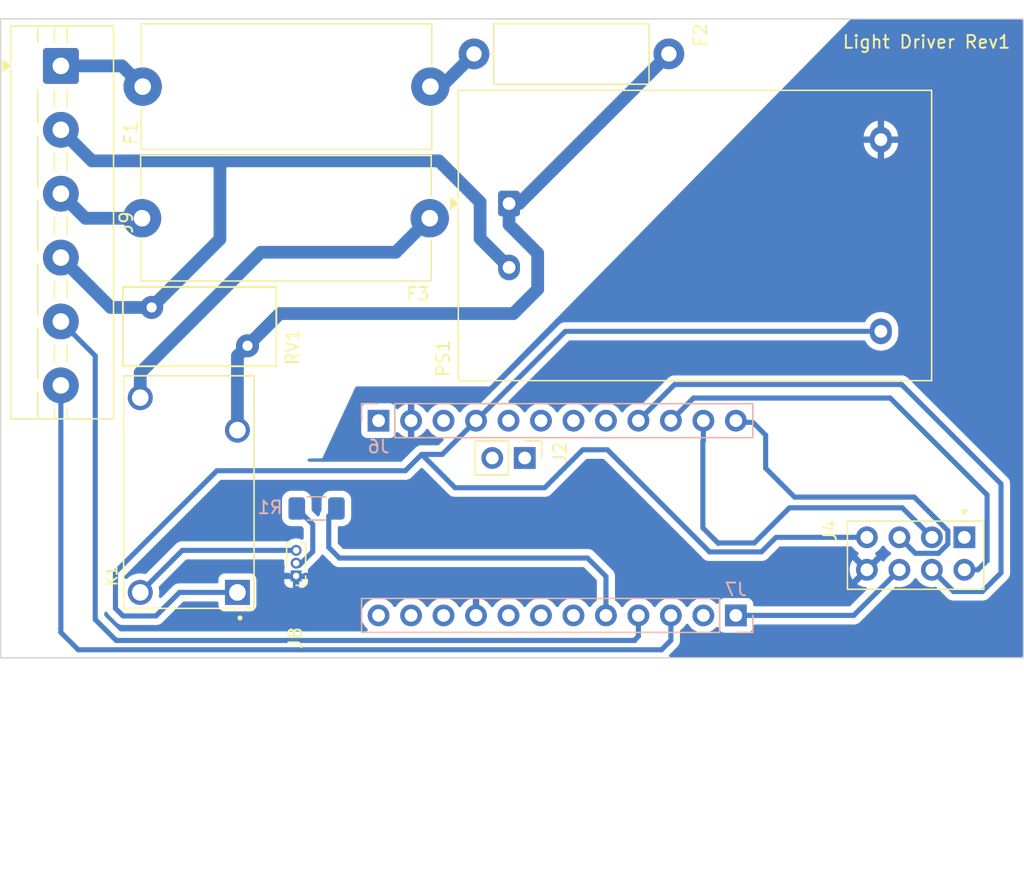
<source format=kicad_pcb>
(kicad_pcb (version 20241229) (generator "pcbnew") (generator_version "9.0")
  (title_block (date "sam. 04 avril 2015"))
  (layers (0 "F.Cu" signal) (2 "B.Cu" signal) (13 "F.Paste" user) (15 "B.Paste" user) (5 "F.SilkS" user "F.Silkscreen") (7 "B.SilkS" user "B.Silkscreen") (1 "F.Mask" user) (3 "B.Mask" user) (25 "Edge.Cuts" user))
  (net 0 "")
  (net 1 "GND")
  (net 2 "/~{RESET}")
  (net 3 "VCC")
  (net 4 "L")
  (net 5 "/D8")
  (net 6 "/D4")
  (net 7 "/A3")
  (net 8 "/A2")
  (net 9 "/A1")
  (net 10 "/A0")
  (net 11 "/D2")
  (net 12 "/*D3")
  (net 13 "/TX")
  (net 14 "/RX")
  (net 15 "/SCL{slash}A5")
  (net 16 "/SDA{slash}A4")
  (net 17 "MOSI")
  (net 18 "CSN")
  (net 19 "MISO")
  (net 20 "CE")
  (net 21 "VDC")
  (net 22 "SCK")
  (net 23 "Net-(F1-Pad2)")
  (net 24 "RLY")
  (net 25 "Net-(F3-Pad1)")
  (net 26 "SW_1")
  (net 28 "Net-(J8-Pin_3)")
  (net 29 "Net-(J8-Pin_2)")
  (net 30 "BJT")
  (net 31 "SW_2")
  (net 32 "LB_L")
  (net 33 "LB_N")
  (footprint "Connector_PinHeader_2.54mm:PinHeader_1x02_P2.54mm_Vertical" (layer "F.Cu") (at 109.39 95.461 -90)
    (property "Reference" "J2" (at -0.411 -2.76 90) (layer "F.SilkS"))
    (property "Value" "I2C")
    (fp_line (start -1.33 3.87) (end 1.33 3.87) (stroke (width 0.12)) (layer "F.SilkS"))
    (fp_line (start -1.33 1.27) (end -1.33 3.87) (stroke (width 0.12)) (layer "F.SilkS"))
    (fp_line (start -1.33 1.27) (end 1.33 1.27) (stroke (width 0.12)) (layer "F.SilkS"))
    (fp_line (start 1.33 1.27) (end 1.33 3.87) (stroke (width 0.12)) (layer "F.SilkS"))
    (fp_line (start -1.33 0) (end -1.33 -1.33) (stroke (width 0.12)) (layer "F.SilkS"))
    (fp_line (start -1.33 -1.33) (end 0 -1.33) (stroke (width 0.12)) (layer "F.SilkS"))
    (pad "1" thru_hole rect (at 0 0 270) (size 1.7 1.7) (drill 1) (layers "*.Cu" "*.Paste" "*.Mask") (net 16 "/SDA{slash}A4"))
    (pad "2" thru_hole oval (at 0 2.54 270) (size 1.7 1.7) (drill 1) (layers "*.Cu" "*.Paste" "*.Mask") (net 15 "/SCL{slash}A5"))
  )
  (footprint "Varistor:RV_Disc_D12mm_W6.2mm_P7.5mm" (layer "F.Cu") (at 87.71 86.68 180)
    (property "Reference" "RV1" (at -3.53 -0.11 270) (layer "F.SilkS"))
    (property "Value" "Varistor")
    (fp_line (start 9.75 -1.6) (end 9.75 4.6) (stroke (width 0.15)) (layer "F.SilkS"))
    (fp_line (start -2.25 4.6) (end 9.75 4.6) (stroke (width 0.15)) (layer "F.SilkS"))
    (fp_line (start -2.25 -1.6) (end 9.75 -1.6) (stroke (width 0.15)) (layer "F.SilkS"))
    (fp_line (start -2.25 -1.6) (end -2.25 4.6) (stroke (width 0.15)) (layer "F.SilkS"))
    (pad "1" thru_hole circle (at 0 0 180) (size 1.8 1.8) (drill 0.8) (layers "*.Cu" "*.Mask" "B.Paste") (net 24 "RLY"))
    (pad "2" thru_hole circle (at 7.5 3 180) (size 1.8 1.8) (drill 0.8) (layers "*.Cu" "*.Mask" "B.Paste") (net 33 "LB_N"))
  )
  (footprint "Fuse:Fuseholder_Cylinder-5x20mm_Schurter_0031_8201_Horizontal_Open" (layer "F.Cu") (at 101.96 76.7 180)
    (property "Reference" "F3" (at 0.93 -5.92 180) (layer "F.SilkS"))
    (property "Value" "Fuse")
    (fp_line (start 22.61 4.91) (end 22.61 1.75) (stroke (width 0.12)) (layer "F.SilkS"))
    (fp_line (start 22.61 -1.75) (end 22.61 -4.91) (stroke (width 0.12)) (layer "F.SilkS"))
    (fp_line (start -0.11 4.91) (end 22.61 4.91) (stroke (width 0.12)) (layer "F.SilkS"))
    (fp_line (start -0.11 4.91) (end -0.11 1.75) (stroke (width 0.12)) (layer "F.SilkS"))
    (fp_line (start -0.11 -1.75) (end -0.11 -4.91) (stroke (width 0.12)) (layer "F.SilkS"))
    (fp_line (start -0.11 -4.91) (end 22.61 -4.91) (stroke (width 0.12)) (layer "F.SilkS"))
    (pad "" np_thru_hole circle (at 11.25 0 180) (size 2.7 2.7) (drill 2.7) (layers "*.Cu" "*.Mask"))
    (pad "1" thru_hole circle (at 0 0 180) (size 3 3) (drill 1.3) (layers "*.Cu" "*.Mask" "B.Paste") (net 25 "Net-(F3-Pad1)"))
    (pad "2" thru_hole circle (at 22.5 0 180) (size 3 3) (drill 1.3) (layers "*.Cu" "*.Mask" "B.Paste") (net 32 "LB_L"))
  )
  (footprint "Converter_ACDC:Converter_ACDC_Hi-Link_HLK-PMxx" (layer "F.Cu") (at 108.1625 75.55)
    (property "Reference" "PS1" (at -5.1525 12.12 90) (layer "F.SilkS"))
    (property "Value" "HLK-PM01")
    (fp_line (start -3.97 -8.86) (end 33.05 -8.86) (stroke (width 0.12)) (layer "F.SilkS"))
    (fp_line (start -3.97 -0.296) (end -3.97 -8.86) (stroke (width 0.12)) (layer "F.SilkS"))
    (fp_line (start -3.97 13.86) (end -3.97 0.296) (stroke (width 0.12)) (layer "F.SilkS"))
    (fp_line (start 33.05 -8.86) (end 33.05 13.86) (stroke (width 0.12)) (layer "F.SilkS"))
    (fp_line (start 33.05 13.86) (end -3.97 13.86) (stroke (width 0.12)) (layer "F.SilkS"))
    (fp_poly (pts (xy -3.97 0) (xy -4.58 0.44) (xy -4.58 -0.44)) (stroke (width 0.12)) (fill yes) (layer "F.SilkS"))
    (pad "1" thru_hole roundrect (at 0 0) (size 1.7 2) (drill 1) (layers "*.Cu" "*.Mask" "B.Paste") (roundrect_rratio 0.147059) (net 24 "RLY"))
    (pad "2" thru_hole oval (at 0 5) (size 1.7 2) (drill 1) (layers "*.Cu" "*.Mask" "B.Paste") (net 33 "LB_N"))
    (pad "3" thru_hole oval (at 29.08 -5) (size 1.7 2) (drill 1) (layers "*.Cu" "*.Mask" "B.Paste") (net 1 "GND"))
    (pad "4" thru_hole oval (at 29.08 10) (size 1.7 2) (drill 1) (layers "*.Cu" "*.Mask" "B.Paste") (net 3 "VCC"))
  )
  (footprint "Fuse:Fuseholder_Cylinder-5x20mm_Schurter_0031_8201_Horizontal_Open" (layer "F.Cu") (at 79.51 66.4)
    (property "Reference" "F1" (at -0.92 3.64 90) (layer "F.SilkS"))
    (property "Value" "Fuse")
    (fp_line (start -0.11 -4.91) (end 22.61 -4.91) (stroke (width 0.12)) (layer "F.SilkS"))
    (fp_line (start -0.11 -1.75) (end -0.11 -4.91) (stroke (width 0.12)) (layer "F.SilkS"))
    (fp_line (start -0.11 4.91) (end -0.11 1.75) (stroke (width 0.12)) (layer "F.SilkS"))
    (fp_line (start -0.11 4.91) (end 22.61 4.91) (stroke (width 0.12)) (layer "F.SilkS"))
    (fp_line (start 22.61 -1.75) (end 22.61 -4.91) (stroke (width 0.12)) (layer "F.SilkS"))
    (fp_line (start 22.61 4.91) (end 22.61 1.75) (stroke (width 0.12)) (layer "F.SilkS"))
    (pad "" np_thru_hole circle (at 11.25 0) (size 2.7 2.7) (drill 2.7) (layers "*.Cu" "*.Mask"))
    (pad "1" thru_hole circle (at 0 0) (size 3 3) (drill 1.3) (layers "*.Cu" "*.Mask" "B.Paste") (net 4 "L"))
    (pad "2" thru_hole circle (at 22.5 0) (size 3 3) (drill 1.3) (layers "*.Cu" "*.Mask" "B.Paste") (net 23 "Net-(F1-Pad2)"))
  )
  (footprint "OJE-SS-112LMH_000:TE_5-1419128-0" (layer "F.Cu") (at 83.12 98.13 90)
    (property "Reference" "K1" (at -6.56436 -6.01201 90) (layer "F.SilkS") (effects (font (size 0.800535 0.800535))))
    (property "Value" "SSR")
    (fp_line (start 9.1 -5.1) (end 9.1 5.1) (stroke (width 0.127)) (layer "F.SilkS"))
    (fp_line (start -9.1 -5.1) (end 9.1 -5.1) (stroke (width 0.127)) (layer "F.SilkS"))
    (fp_line (start 9.1 5.1) (end -9.1 5.1) (stroke (width 0.127)) (layer "F.SilkS"))
    (fp_line (start -9.1 5.1) (end -9.1 -5.1) (stroke (width 0.127)) (layer "F.SilkS"))
    (fp_circle (center -9.85 4) (end -9.75 4) (stroke (width 0.2)) (fill no) (layer "F.SilkS"))
    (pad "1" thru_hole rect (at -7.85 3.8 90) (size 1.95 1.95) (drill 1.3) (layers "*.Cu" "*.Mask" "B.Paste") (net 3 "VCC"))
    (pad "2" thru_hole circle (at -7.85 -3.8 90) (size 1.95 1.95) (drill 1.3) (layers "*.Cu" "*.Mask" "B.Paste") (net 28 "Net-(J8-Pin_3)"))
    (pad "3" thru_hole circle (at 7.39 -3.8 90) (size 1.95 1.95) (drill 1.3) (layers "*.Cu" "*.Mask" "B.Paste") (net 25 "Net-(F3-Pad1)"))
    (pad "4" thru_hole circle (at 4.85 3.8 90) (size 1.95 1.95) (drill 1.3) (layers "*.Cu" "*.Mask" "B.Paste") (net 24 "RLY"))
  )
  (footprint "TerminalBlock:TerminalBlock_MaiXu_MX126-5.0-06P_1x06_P5.00mm" (layer "F.Cu") (at 73.11 64.78 -90)
    (property "Reference" "J9" (at 12.25 -5.12 90) (layer "F.SilkS"))
    (property "Value" "TB")
    (fp_line (start -3.12 3.92) (end -3.12 -4.12) (stroke (width 0.12)) (layer "F.SilkS"))
    (fp_line (start -0.3 3.92) (end -3.12 3.92) (stroke (width 0.12)) (layer "F.SilkS"))
    (fp_line (start 27.62 3.92) (end 0.3 3.92) (stroke (width 0.12)) (layer "F.SilkS"))
    (fp_line (start -3.12 1.8) (end -1.88 1.8) (stroke (width 0.12)) (layer "F.SilkS"))
    (fp_line (start 1.88 1.8) (end 4.457 1.8) (stroke (width 0.12)) (layer "F.SilkS"))
    (fp_line (start 5.543 1.8) (end 9.457 1.8) (stroke (width 0.12)) (layer "F.SilkS"))
    (fp_line (start 10.543 1.8) (end 14.457 1.8) (stroke (width 0.12)) (layer "F.SilkS"))
    (fp_line (start 15.543 1.8) (end 19.457 1.8) (stroke (width 0.12)) (layer "F.SilkS"))
    (fp_line (start 20.543 1.8) (end 24.457 1.8) (stroke (width 0.12)) (layer "F.SilkS"))
    (fp_line (start 25.543 1.8) (end 27.62 1.8) (stroke (width 0.12)) (layer "F.SilkS"))
    (fp_line (start -3.12 0.5) (end -1.88 0.5) (stroke (width 0.12)) (layer "F.SilkS"))
    (fp_line (start 1.88 0.5) (end 3.188 0.5) (stroke (width 0.12)) (layer "F.SilkS"))
    (fp_line (start 6.812 0.5) (end 8.188 0.5) (stroke (width 0.12)) (layer "F.SilkS"))
    (fp_line (start 11.812 0.5) (end 13.188 0.5) (stroke (width 0.12)) (layer "F.SilkS"))
    (fp_line (start 16.812 0.5) (end 18.188 0.5) (stroke (width 0.12)) (layer "F.SilkS"))
    (fp_line (start 21.812 0.5) (end 23.188 0.5) (stroke (width 0.12)) (layer "F.SilkS"))
    (fp_line (start 26.812 0.5) (end 27.62 0.5) (stroke (width 0.12)) (layer "F.SilkS"))
    (fp_line (start -3.12 -0.5) (end -1.88 -0.5) (stroke (width 0.12)) (layer "F.SilkS"))
    (fp_line (start 1.88 -0.5) (end 3.188 -0.5) (stroke (width 0.12)) (layer "F.SilkS"))
    (fp_line (start 6.812 -0.5) (end 8.188 -0.5) (stroke (width 0.12)) (layer "F.SilkS"))
    (fp_line (start 11.812 -0.5) (end 13.188 -0.5) (stroke (width 0.12)) (layer "F.SilkS"))
    (fp_line (start 16.812 -0.5) (end 18.188 -0.5) (stroke (width 0.12)) (layer "F.SilkS"))
    (fp_line (start 21.812 -0.5) (end 23.188 -0.5) (stroke (width 0.12)) (layer "F.SilkS"))
    (fp_line (start 26.812 -0.5) (end 27.62 -0.5) (stroke (width 0.12)) (layer "F.SilkS"))
    (fp_line (start -3.12 -4.12) (end 27.62 -4.12) (stroke (width 0.12)) (layer "F.SilkS"))
    (fp_line (start 27.62 -4.12) (end 27.62 3.92) (stroke (width 0.12)) (layer "F.SilkS"))
    (fp_poly (pts (xy 0 3.92) (xy 0.44 4.53) (xy -0.44 4.53)) (stroke (width 0.12)) (fill yes) (layer "F.SilkS"))
    (pad "1" thru_hole roundrect (at 0 0 270) (size 2.8 2.8) (drill 1.3) (layers "*.Cu" "*.Mask" "B.Paste") (roundrect_rratio 0.089286) (net 4 "L"))
    (pad "2" thru_hole circle (at 5 0 270) (size 2.8 2.8) (drill 1.3) (layers "*.Cu" "*.Mask" "B.Paste") (net 33 "LB_N"))
    (pad "3" thru_hole circle (at 10 0 270) (size 2.8 2.8) (drill 1.3) (layers "*.Cu" "*.Mask" "B.Paste") (net 32 "LB_L"))
    (pad "4" thru_hole circle (at 15 0 270) (size 2.8 2.8) (drill 1.3) (layers "*.Cu" "*.Mask" "B.Paste") (net 33 "LB_N"))
    (pad "5" thru_hole circle (at 20 0 270) (size 2.8 2.8) (drill 1.3) (layers "*.Cu" "*.Mask" "B.Paste") (net 26 "SW_1"))
    (pad "6" thru_hole circle (at 25 0 270) (size 2.8 2.8) (drill 1.3) (layers "*.Cu" "*.Mask" "B.Paste") (net 31 "SW_2"))
  )
  (footprint "Connector_PinHeader_1.00mm:PinHeader_1x03_P1.00mm_Vertical" (layer "F.Cu") (at 91.51 104.69 180)
    (property "Reference" "J8" (at 0.06 -4.86 90) (layer "F.SilkS"))
    (property "Value" "BJT")
    (fp_line (start 0.745 0.735) (end 0.745 2.61) (stroke (width 0.12)) (layer "F.SilkS"))
    (fp_line (start 0.685565 0.735) (end 0.745 0.735) (stroke (width 0.12)) (layer "F.SilkS"))
    (fp_line (start 0.41003 2.61) (end 0.745 2.61) (stroke (width 0.12)) (layer "F.SilkS"))
    (fp_line (start -0.745 2.61) (end -0.41003 2.61) (stroke (width 0.12)) (layer "F.SilkS"))
    (fp_line (start -0.745 0.735) (end -0.685565 0.735) (stroke (width 0.12)) (layer "F.SilkS"))
    (fp_line (start -0.745 0.735) (end -0.745 2.61) (stroke (width 0.12)) (layer "F.SilkS"))
    (fp_line (start -0.745 0) (end -0.745 -0.735) (stroke (width 0.12)) (layer "F.SilkS"))
    (fp_line (start -0.745 -0.735) (end 0 -0.735) (stroke (width 0.12)) (layer "F.SilkS"))
    (pad "1" thru_hole rect (at 0 0 180) (size 0.85 0.85) (drill 0.5) (layers "*.Cu" "*.Mask" "B.Paste") (net 1 "GND"))
    (pad "2" thru_hole circle (at 0 1 180) (size 0.85 0.85) (drill 0.5) (layers "*.Cu" "*.Mask" "B.Paste") (net 29 "Net-(J8-Pin_2)"))
    (pad "3" thru_hole circle (at 0 2 180) (size 0.85 0.85) (drill 0.5) (layers "*.Cu" "*.Mask" "B.Paste") (net 28 "Net-(J8-Pin_3)"))
  )
  (footprint "RF_Module:nRF24L01_Breakout" (layer "F.Cu") (at 143.77 101.67 -90)
    (property "Reference" "J4" (at -0.5 10.5 90) (layer "F.SilkS"))
    (property "Value" "NRF24")
    (fp_line (start -1.27 9.144) (end -1.27 9.144) (stroke (width 0.12)) (layer "F.SilkS"))
    (fp_line (start -1.27 9.144) (end -1.27 -1.524) (stroke (width 0.12)) (layer "F.SilkS"))
    (fp_line (start 4.064 9.144) (end -1.27 9.144) (stroke (width 0.12)) (layer "F.SilkS"))
    (fp_line (start -1.27 -1.524) (end -1.27 -1.524) (stroke (width 0.12)) (layer "F.SilkS"))
    (fp_line (start -1.27 -1.524) (end 4.064 -1.524) (stroke (width 0.12)) (layer "F.SilkS"))
    (fp_line (start 4.064 -1.524) (end 4.064 9.144) (stroke (width 0.12)) (layer "F.SilkS"))
    (fp_line (start -1.6 -2.1) (end -1.6 -2.1) (stroke (width 0.12)) (layer "F.SilkS"))
    (fp_poly (pts (xy -1.8 0) (xy -2.136 0.24) (xy -2.136 -0.24) (xy -1.8 0)) (stroke (width 0.12)) (fill yes) (layer "F.SilkS"))
    (pad "1" thru_hole rect (at 0 0 270) (size 1.7 1.7) (drill 1) (layers "*.Cu" "*.Mask" "B.Paste"))
    (pad "2" thru_hole circle (at 2.54 0 270) (size 1.7 1.7) (drill 1) (layers "*.Cu" "*.Mask" "B.Paste") (net 19 "MISO"))
    (pad "3" thru_hole circle (at 0 2.54 270) (size 1.7 1.7) (drill 1) (layers "*.Cu" "*.Mask" "B.Paste") (net 17 "MOSI"))
    (pad "4" thru_hole circle (at 2.54 2.54 270) (size 1.7 1.7) (drill 1) (layers "*.Cu" "*.Mask" "B.Paste") (net 22 "SCK"))
    (pad "5" thru_hole circle (at 0 5.08 270) (size 1.7 1.7) (drill 1) (layers "*.Cu" "*.Mask" "B.Paste") (net 18 "CSN"))
    (pad "6" thru_hole circle (at 2.54 5.08 270) (size 1.7 1.7) (drill 1) (layers "*.Cu" "*.Mask" "B.Paste") (net 20 "CE"))
    (pad "7" thru_hole circle (at 0 7.62 270) (size 1.7 1.7) (drill 1) (layers "*.Cu" "*.Mask" "B.Paste") (net 3 "VCC"))
    (pad "8" thru_hole circle (at 2.54 7.62 270) (size 1.7 1.7) (drill 1) (layers "*.Cu" "*.Mask" "B.Paste") (net 1 "GND"))
  )
  (footprint "Resistor_THT:R_Axial_DIN0414_L11.9mm_D4.5mm_P15.24mm_Horizontal" (layer "F.Cu") (at 120.66 63.84 180)
    (property "Reference" "F2" (at -2.46 1.47 90) (layer "F.SilkS"))
    (property "Value" "Fuse")
    (fp_line (start 13.8 0) (end 13.69 0) (stroke (width 0.12)) (layer "F.SilkS"))
    (fp_line (start 1.44 0) (end 1.55 0) (stroke (width 0.12)) (layer "F.SilkS"))
    (fp_rect (start 1.55 -2.37) (end 13.69 2.37) (stroke (width 0.12)) (fill no) (layer "F.SilkS"))
    (pad "1" thru_hole circle (at 0 0 180) (size 2.4 2.4) (drill 1.2) (layers "*.Cu" "*.Mask" "B.Paste") (net 24 "RLY"))
    (pad "2" thru_hole circle (at 15.24 0 180) (size 2.4 2.4) (drill 1.2) (layers "*.Cu" "*.Mask" "B.Paste") (net 23 "Net-(F1-Pad2)"))
  )
  (footprint "Connector_PinHeader_2.54mm:PinHeader_1x12_P2.54mm_Vertical" (layer "B.Cu") (at 125.9 107.78 90)
    (property "Reference" "J7" (at 2.032 0 0) (layer "B.SilkS") (effects (justify mirror)))
    (property "Value" "Digital")
    (fp_line (start -1.33 -29.27) (end 1.33 -29.27) (stroke (width 0.12)) (layer "B.SilkS"))
    (fp_line (start 1.33 -1.27) (end 1.33 -29.27) (stroke (width 0.12)) (layer "B.SilkS"))
    (fp_line (start -1.33 -1.27) (end -1.33 -29.27) (stroke (width 0.12)) (layer "B.SilkS"))
    (fp_line (start -1.33 -1.27) (end 1.33 -1.27) (stroke (width 0.12)) (layer "B.SilkS"))
    (fp_line (start -1.33 0) (end -1.33 1.33) (stroke (width 0.12)) (layer "B.SilkS"))
    (fp_line (start -1.33 1.33) (end 0 1.33) (stroke (width 0.12)) (layer "B.SilkS"))
    (pad "1" thru_hole rect (at 0 0 90) (size 1.7 1.7) (drill 1) (layers "*.Cu" "*.Paste" "*.Mask") (net 20 "CE"))
    (pad "2" thru_hole oval (at 0 -2.54 90) (size 1.7 1.7) (drill 1) (layers "*.Cu" "*.Paste" "*.Mask") (net 5 "/D8"))
    (pad "3" thru_hole oval (at 0 -5.08 90) (size 1.7 1.7) (drill 1) (layers "*.Cu" "*.Paste" "*.Mask") (net 31 "SW_2"))
    (pad "4" thru_hole oval (at 0 -7.62 90) (size 1.7 1.7) (drill 1) (layers "*.Cu" "*.Paste" "*.Mask") (net 26 "SW_1"))
    (pad "5" thru_hole oval (at 0 -10.16 90) (size 1.7 1.7) (drill 1) (layers "*.Cu" "*.Paste" "*.Mask") (net 30 "BJT"))
    (pad "6" thru_hole oval (at 0 -12.7 90) (size 1.7 1.7) (drill 1) (layers "*.Cu" "*.Paste" "*.Mask") (net 6 "/D4"))
    (pad "7" thru_hole oval (at 0 -15.24 90) (size 1.7 1.7) (drill 1) (layers "*.Cu" "*.Paste" "*.Mask") (net 12 "/*D3"))
    (pad "8" thru_hole oval (at 0 -17.78 90) (size 1.7 1.7) (drill 1) (layers "*.Cu" "*.Paste" "*.Mask") (net 11 "/D2"))
    (pad "9" thru_hole oval (at 0 -20.32 90) (size 1.7 1.7) (drill 1) (layers "*.Cu" "*.Paste" "*.Mask") (net 1 "GND"))
    (pad "10" thru_hole oval (at 0 -22.86 90) (size 1.7 1.7) (drill 1) (layers "*.Cu" "*.Paste" "*.Mask") (net 2 "/~{RESET}"))
    (pad "11" thru_hole oval (at 0 -25.4 90) (size 1.7 1.7) (drill 1) (layers "*.Cu" "*.Paste" "*.Mask") (net 14 "/RX"))
    (pad "12" thru_hole oval (at 0 -27.94 90) (size 1.7 1.7) (drill 1) (layers "*.Cu" "*.Paste" "*.Mask") (net 13 "/TX"))
  )
  (footprint "Connector_PinHeader_2.54mm:PinHeader_1x12_P2.54mm_Vertical" (layer "B.Cu") (at 97.96 92.54 -90)
    (property "Reference" "J6" (at 2.032 0 0) (layer "B.SilkS") (effects (justify mirror)))
    (property "Value" "Analog")
    (fp_line (start -1.33 1.33) (end 0 1.33) (stroke (width 0.12)) (layer "B.SilkS"))
    (fp_line (start -1.33 0) (end -1.33 1.33) (stroke (width 0.12)) (layer "B.SilkS"))
    (fp_line (start -1.33 -1.27) (end 1.33 -1.27) (stroke (width 0.12)) (layer "B.SilkS"))
    (fp_line (start -1.33 -1.27) (end -1.33 -29.27) (stroke (width 0.12)) (layer "B.SilkS"))
    (fp_line (start 1.33 -1.27) (end 1.33 -29.27) (stroke (width 0.12)) (layer "B.SilkS"))
    (fp_line (start -1.33 -29.27) (end 1.33 -29.27) (stroke (width 0.12)) (layer "B.SilkS"))
    (pad "1" thru_hole rect (at 0 0 270) (size 1.7 1.7) (drill 1) (layers "*.Cu" "*.Paste" "*.Mask") (net 21 "VDC"))
    (pad "2" thru_hole oval (at 0 -2.54 270) (size 1.7 1.7) (drill 1) (layers "*.Cu" "*.Paste" "*.Mask") (net 1 "GND"))
    (pad "3" thru_hole oval (at 0 -5.08 270) (size 1.7 1.7) (drill 1) (layers "*.Cu" "*.Paste" "*.Mask") (net 2 "/~{RESET}"))
    (pad "4" thru_hole oval (at 0 -7.62 270) (size 1.7 1.7) (drill 1) (layers "*.Cu" "*.Paste" "*.Mask") (net 3 "VCC"))
    (pad "5" thru_hole oval (at 0 -10.16 270) (size 1.7 1.7) (drill 1) (layers "*.Cu" "*.Paste" "*.Mask") (net 7 "/A3"))
    (pad "6" thru_hole oval (at 0 -12.7 270) (size 1.7 1.7) (drill 1) (layers "*.Cu" "*.Paste" "*.Mask") (net 8 "/A2"))
    (pad "7" thru_hole oval (at 0 -15.24 270) (size 1.7 1.7) (drill 1) (layers "*.Cu" "*.Paste" "*.Mask") (net 9 "/A1"))
    (pad "8" thru_hole oval (at 0 -17.78 270) (size 1.7 1.7) (drill 1) (layers "*.Cu" "*.Paste" "*.Mask") (net 10 "/A0"))
    (pad "9" thru_hole oval (at 0 -20.32 270) (size 1.7 1.7) (drill 1) (layers "*.Cu" "*.Paste" "*.Mask") (net 22 "SCK"))
    (pad "10" thru_hole oval (at 0 -22.86 270) (size 1.7 1.7) (drill 1) (layers "*.Cu" "*.Paste" "*.Mask") (net 19 "MISO"))
    (pad "11" thru_hole oval (at 0 -25.4 270) (size 1.7 1.7) (drill 1) (layers "*.Cu" "*.Paste" "*.Mask") (net 17 "MOSI"))
    (pad "12" thru_hole oval (at 0 -27.94 270) (size 1.7 1.7) (drill 1) (layers "*.Cu" "*.Paste" "*.Mask") (net 18 "CSN"))
  )
  (footprint "Resistor_SMD:R_1206_3216Metric_Pad1.30x1.75mm_HandSolder" (layer "B.Cu") (at 93.11 99.41 180)
    (property "Reference" "R1" (at 3.64 0.08 0) (layer "B.SilkS") (effects (justify mirror)))
    (property "Value" "R1K")
    (fp_line (start -0.727064 0.91) (end 0.727064 0.91) (stroke (width 0.12)) (layer "B.SilkS"))
    (fp_line (start -0.727064 -0.91) (end 0.727064 -0.91) (stroke (width 0.12)) (layer "B.SilkS"))
    (pad "1" smd roundrect (at -1.55 0 180) (size 1.3 1.75) (layers "B.Cu" "B.Mask" "B.Paste") (roundrect_rratio 0.192308) (net 30 "BJT"))
    (pad "2" smd roundrect (at 1.55 0 180) (size 1.3 1.75) (layers "B.Cu" "B.Mask" "B.Paste") (roundrect_rratio 0.192308) (net 29 "Net-(J8-Pin_2)"))
  )
  (gr_rect (start 68.4 61.1) (end 148.4 111.1) (stroke (width 0.1)) (fill no) (layer "Edge.Cuts"))
  (gr_text "Light Driver Rev1" (at 134.17 63.49 0) (layer "F.SilkS") (effects (font (size 1 1)) (justify left bottom)))
  (segment (start 127.9 102.81) (end 123.83 102.81) (width 0.4) (layer "B.Cu") (net 3))
  (segment (start 136.15 101.67) (end 129.04 101.67) (width 0.4) (layer "B.Cu") (net 3))
  (segment (start 102.94 95.18) (end 105.58 92.54) (width 0.4) (layer "B.Cu") (net 3))
  (segment (start 101.33 95.18) (end 102.94 95.18) (width 0.4) (layer "B.Cu") (net 3))
  (segment (start 80.55 107.82) (end 77.97 107.82) (width 0.4) (layer "B.Cu") (net 3))
  (segment (start 113.92 94.82) (end 110.95 97.79) (width 0.4) (layer "B.Cu") (net 3))
  (segment (start 100.05 96.46) (end 101.33 95.18) (width 0.4) (layer "B.Cu") (net 3))
  (segment (start 123.83 102.79) (end 115.86 94.82) (width 0.4) (layer "B.Cu") (net 3))
  (segment (start 137.2425 85.55) (end 112.57 85.55) (width 0.4) (layer "B.Cu") (net 3))
  (segment (start 129.04 101.67) (end 127.9 102.81) (width 0.4) (layer "B.Cu") (net 3))
  (segment (start 77.97 107.82) (end 77.38 107.23) (width 0.4) (layer "B.Cu") (net 3))
  (segment (start 86.92 105.98) (end 82.39 105.98) (width 0.4) (layer "B.Cu") (net 3))
  (segment (start 85.31 96.46) (end 100.05 96.46) (width 0.4) (layer "B.Cu") (net 3))
  (segment (start 77.38 104.39) (end 85.31 96.46) (width 0.4) (layer "B.Cu") (net 3))
  (segment (start 112.57 85.55) (end 105.58 92.54) (width 0.4) (layer "B.Cu") (net 3))
  (segment (start 103.94 97.79) (end 101.33 95.18) (width 0.4) (layer "B.Cu") (net 3))
  (segment (start 82.39 105.98) (end 80.55 107.82) (width 0.4) (layer "B.Cu") (net 3))
  (segment (start 110.95 97.79) (end 103.94 97.79) (width 0.4) (layer "B.Cu") (net 3))
  (segment (start 77.38 107.23) (end 77.38 104.39) (width 0.4) (layer "B.Cu") (net 3))
  (segment (start 115.86 94.82) (end 113.92 94.82) (width 0.4) (layer "B.Cu") (net 3))
  (segment (start 123.83 102.81) (end 123.83 102.79) (width 0.4) (layer "B.Cu") (net 3))
  (segment (start 77.89 64.78) (end 79.51 66.4) (width 1) (layer "B.Cu") (net 4))
  (segment (start 73.11 64.78) (end 77.89 64.78) (width 1) (layer "B.Cu") (net 4))
  (segment (start 127.34 102.11) (end 124.56 102.11) (width 0.4) (layer "B.Cu") (net 17))
  (segment (start 123.36 94.12) (end 123.36 92.54) (width 0.4) (layer "B.Cu") (net 17))
  (segment (start 124.56 102.11) (end 124.53 102.14) (width 0.4) (layer "B.Cu") (net 17))
  (segment (start 141.23 101.67) (end 138.92 99.36) (width 0.4) (layer "B.Cu") (net 17))
  (segment (start 124.53 102.14) (end 123.32 100.93) (width 0.4) (layer "B.Cu") (net 17))
  (segment (start 138.92 99.36) (end 130.09 99.36) (width 0.4) (layer "B.Cu") (net 17))
  (segment (start 130.09 99.36) (end 127.34 102.11) (width 0.4) (layer "B.Cu") (net 17))
  (segment (start 123.32 94.16) (end 123.36 94.12) (width 0.4) (layer "B.Cu") (net 17))
  (segment (start 123.32 100.93) (end 123.32 94.16) (width 0.4) (layer "B.Cu") (net 17))
  (segment (start 139.849182 98.52) (end 130.49 98.52) (width 0.4) (layer "B.Cu") (net 18))
  (segment (start 128.23 96.26) (end 128.23 93.67) (width 0.4) (layer "B.Cu") (net 18))
  (segment (start 141.748182 102.921) (end 142.481 102.188182) (width 0.4) (layer "B.Cu") (net 18))
  (segment (start 142.481 101.151818) (end 139.849182 98.52) (width 0.4) (layer "B.Cu") (net 18))
  (segment (start 128.23 93.67) (end 127.23 92.67) (width 0.4) (layer "B.Cu") (net 18))
  (segment (start 127.23 92.67) (end 126.03 92.67) (width 0.4) (layer "B.Cu") (net 18))
  (segment (start 139.941 102.921) (end 141.748182 102.921) (width 0.4) (layer "B.Cu") (net 18))
  (segment (start 126.03 92.67) (end 125.9 92.54) (width 0.4) (layer "B.Cu") (net 18))
  (segment (start 130.49 98.52) (end 128.23 96.26) (width 0.4) (layer "B.Cu") (net 18))
  (segment (start 142.481 102.188182) (end 142.481 101.151818) (width 0.4) (layer "B.Cu") (net 18))
  (segment (start 138.69 101.67) (end 139.941 102.921) (width 0.4) (layer "B.Cu") (net 18))
  (segment (start 144.83 104.21) (end 145.55 103.49) (width 0.4) (layer "B.Cu") (net 19))
  (segment (start 145.55 98.35) (end 137.97 90.77) (width 0.4) (layer "B.Cu") (net 19))
  (segment (start 143.77 104.21) (end 144.83 104.21) (width 0.4) (layer "B.Cu") (net 19))
  (segment (start 122.59 90.77) (end 120.82 92.54) (width 0.4) (layer "B.Cu") (net 19))
  (segment (start 137.97 90.77) (end 122.59 90.77) (width 0.4) (layer "B.Cu") (net 19))
  (segment (start 145.55 103.49) (end 145.55 98.35) (width 0.4) (layer "B.Cu") (net 19))
  (segment (start 138.69 104.21) (end 135.12 107.78) (width 0.4) (layer "B.Cu") (net 20))
  (segment (start 135.12 107.78) (end 125.9 107.78) (width 0.4) (layer "B.Cu") (net 20))
  (segment (start 138.86 89.71) (end 121.11 89.71) (width 0.4) (layer "B.Cu") (net 22))
  (segment (start 145.18 105.91) (end 146.64 104.45) (width 0.4) (layer "B.Cu") (net 22))
  (segment (start 121.11 89.71) (end 118.28 92.54) (width 0.4) (layer "B.Cu") (net 22))
  (segment (start 146.64 97.49) (end 138.86 89.71) (width 0.4) (layer "B.Cu") (net 22))
  (segment (start 141.23 104.21) (end 142.93 105.91) (width 0.4) (layer "B.Cu") (net 22))
  (segment (start 142.93 105.91) (end 145.18 105.91) (width 0.4) (layer "B.Cu") (net 22))
  (segment (start 146.64 104.45) (end 146.64 97.49) (width 0.4) (layer "B.Cu") (net 22))
  (segment (start 102.86 66.4) (end 105.42 63.84) (width 1) (layer "B.Cu") (net 23))
  (segment (start 102.01 66.4) (end 102.86 66.4) (width 1) (layer "B.Cu") (net 23))
  (segment (start 86.92 93.28) (end 86.92 87.47) (width 1) (layer "B.Cu") (net 24))
  (segment (start 110.4 82.26) (end 108.5 84.16) (width 1) (layer "B.Cu") (net 24))
  (segment (start 120.66 63.84) (end 108.95 75.55) (width 1) (layer "B.Cu") (net 24))
  (segment (start 108.5 84.16) (end 90.23 84.16) (width 1) (layer "B.Cu") (net 24))
  (segment (start 110.4 79.44) (end 110.4 82.26) (width 1) (layer "B.Cu") (net 24))
  (segment (start 108.1625 77.2025) (end 110.4 79.44) (width 1) (layer "B.Cu") (net 24))
  (segment (start 108.1625 75.55) (end 108.1625 77.2025) (width 1) (layer "B.Cu") (net 24))
  (segment (start 90.23 84.16) (end 87.71 86.68) (width 1) (layer "B.Cu") (net 24))
  (segment (start 108.95 75.55) (end 108.1625 75.55) (width 1) (layer "B.Cu") (net 24))
  (segment (start 86.92 87.47) (end 87.71 86.68) (width 1) (layer "B.Cu") (net 24))
  (segment (start 79.32 90.74) (end 79.32 88.78) (width 1) (layer "B.Cu") (net 25))
  (segment (start 79.32 88.78) (end 88.74 79.36) (width 1) (layer "B.Cu") (net 25))
  (segment (start 88.74 79.36) (end 99.3 79.36) (width 1) (layer "B.Cu") (net 25))
  (segment (start 99.3 79.36) (end 101.96 76.7) (width 1) (layer "B.Cu") (net 25))
  (segment (start 75.8 87.47) (end 75.8 108.1) (width 0.4) (layer "B.Cu") (net 26))
  (segment (start 75.8 108.1) (end 77.44 109.74) (width 0.4) (layer "B.Cu") (net 26))
  (segment (start 118 109.69) (end 118.28 109.41) (width 0.4) (layer "B.Cu") (net 26))
  (segment (start 73.11 84.78) (end 75.8 87.47) (width 0.4) (layer "B.Cu") (net 26))
  (segment (start 118 109.74) (end 118 109.69) (width 0.4) (layer "B.Cu") (net 26))
  (segment (start 77.44 109.74) (end 118 109.74) (width 0.4) (layer "B.Cu") (net 26))
  (segment (start 118.28 109.41) (end 118.28 107.78) (width 0.4) (layer "B.Cu") (net 26))
  (segment (start 82.61 102.69) (end 91.51 102.69) (width 0.4) (layer "B.Cu") (net 28))
  (segment (start 79.32 105.98) (end 82.61 102.69) (width 0.4) (layer "B.Cu") (net 28))
  (segment (start 91.684 103.864) (end 91.51 103.69) (width 0.4) (layer "B.Cu") (net 29))
  (segment (start 92.81 102.79) (end 91.736 103.864) (width 0.4) (layer "B.Cu") (net 29))
  (segment (start 91.736 103.864) (end 91.684 103.864) (width 0.4) (layer "B.Cu") (net 29))
  (segment (start 92.81 100.66) (end 92.81 102.79) (width 0.4) (layer "B.Cu") (net 29))
  (segment (start 91.56 99.41) (end 92.81 100.66) (width 0.4) (layer "B.Cu") (net 29))
  (segment (start 115.74 104.73) (end 115.74 107.78) (width 0.4) (layer "B.Cu") (net 30))
  (segment (start 94.66 99.41) (end 94.06 100.01) (width 0.4) (layer "B.Cu") (net 30))
  (segment (start 94.06 100.01) (end 94.06 102.46) (width 0.4) (layer "B.Cu") (net 30))
  (segment (start 114.3 103.29) (end 115.74 104.73) (width 0.4) (layer "B.Cu") (net 30))
  (segment (start 94.89 103.29) (end 114.3 103.29) (width 0.4) (layer "B.Cu") (net 30))
  (segment (start 94.06 102.46) (end 94.89 103.29) (width 0.4) (layer "B.Cu") (net 30))
  (segment (start 74.47 110.47) (end 120.08 110.47) (width 0.4) (layer "B.Cu") (net 31))
  (segment (start 120.82 109.73) (end 120.82 107.78) (width 0.4) (layer "B.Cu") (net 31))
  (segment (start 73.11 89.78) (end 73.11 109.11) (width 0.4) (layer "B.Cu") (net 31))
  (segment (start 120.08 110.47) (end 120.82 109.73) (width 0.4) (layer "B.Cu") (net 31))
  (segment (start 73.11 109.11) (end 74.47 110.47) (width 0.4) (layer "B.Cu") (net 31))
  (segment (start 75.03 76.7) (end 73.11 74.78) (width 1) (layer "B.Cu") (net 32))
  (segment (start 79.46 76.7) (end 75.03 76.7) (width 1) (layer "B.Cu") (net 32))
  (segment (start 85.55 78.34) (end 85.55 72.21) (width 1) (layer "B.Cu") (net 33))
  (segment (start 105.9 78.2875) (end 108.1625 80.55) (width 1) (layer "B.Cu") (net 33))
  (segment (start 80.21 83.68) (end 77.01 83.68) (width 1) (layer "B.Cu") (net 33))
  (segment (start 102.67 72.21) (end 105.9 75.44) (width 1) (layer "B.Cu") (net 33))
  (segment (start 77.01 83.68) (end 73.11 79.78) (width 1) (layer "B.Cu") (net 33))
  (segment (start 73.11 69.78) (end 75.54 72.21) (width 1) (layer "B.Cu") (net 33))
  (segment (start 75.54 72.21) (end 85.55 72.21) (width 1) (layer "B.Cu") (net 33))
  (segment (start 85.55 72.21) (end 102.67 72.21) (width 1) (layer "B.Cu") (net 33))
  (segment (start 105.9 75.44) (end 105.9 78.2875) (width 1) (layer "B.Cu") (net 33))
  (segment (start 80.21 83.68) (end 85.55 78.34) (width 1) (layer "B.Cu") (net 33))
  (zone (net 1) (net_name "GND") (layer "B.Cu") (connect_pads (clearance 0.508)) (min_thickness 0.25) (fill yes (thermal_gap 0.5) (thermal_bridge_width 0.5))
    (polygon (pts (xy 68.4 82.19) (xy 73 82.15) (xy 75.75 83.76) (xy 77.4 88.27) (xy 77.32 103.22) (xy 85.21 95.6) (xy 93.55 95.49) (xy 96.17 89.86) (xy 106.64 89.86) (xy 134.9 61.1) (xy 148.4 61.11) (xy 148.4 111.1) (xy 68.39 111.1)))
  )
)
</source>
